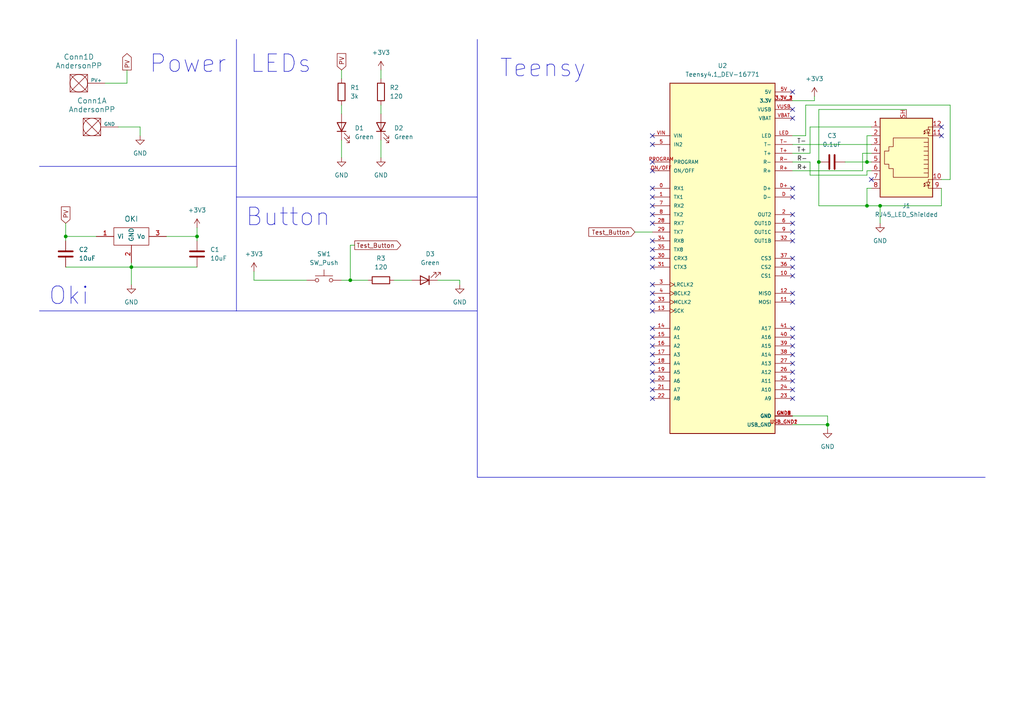
<source format=kicad_sch>
(kicad_sch (version 20230121) (generator eeschema)
  (paper "A4")
  (lib_symbols
    (symbol "Connector:RJ45_LED_Shielded" (pin_names (offset 1.016))
      (property "Reference" "J" (at -5.08 13.97 0))
      (property "Value" "RJ45_LED_Shielded" (at 1.27 13.97 0))
      (symbol "RJ45_LED_Shielded_0_1"
        (polyline (pts (xy -7.62 -7.62) (xy -6.35 -7.62)))
        (polyline (pts (xy -7.62 -5.08) (xy -6.35 -5.08)))
        (polyline (pts (xy -7.62 7.62) (xy -6.35 7.62)))
        (polyline (pts (xy -7.62 10.16) (xy -6.35 10.16)))
        (polyline (pts (xy -6.858 -5.842) (xy -5.842 -5.842)))
        (polyline (pts (xy -6.858 9.398) (xy -5.842 9.398)))
        (polyline (pts (xy -6.35 -7.62) (xy -6.35 -6.858)))
        (polyline (pts (xy -6.35 -5.08) (xy -6.35 -5.842)))
        (polyline (pts (xy -6.35 7.62) (xy -6.35 8.382)))
        (polyline (pts (xy -6.35 10.16) (xy -6.35 9.398)))
        (polyline (pts (xy -5.08 -6.223) (xy -5.207 -6.604)))
        (polyline (pts (xy -5.08 -5.588) (xy -5.207 -5.969)))
        (polyline (pts (xy -5.08 4.445) (xy -6.35 4.445)))
        (polyline (pts (xy -5.08 5.715) (xy -6.35 5.715)))
        (polyline (pts (xy -5.08 9.017) (xy -5.207 8.636)))
        (polyline (pts (xy -5.08 9.652) (xy -5.207 9.271)))
        (polyline (pts (xy -6.35 -3.175) (xy -5.08 -3.175) (xy -5.08 -3.175)))
        (polyline (pts (xy -6.35 -1.905) (xy -5.08 -1.905) (xy -5.08 -1.905)))
        (polyline (pts (xy -6.35 -0.635) (xy -5.08 -0.635) (xy -5.08 -0.635)))
        (polyline (pts (xy -6.35 0.635) (xy -5.08 0.635) (xy -5.08 0.635)))
        (polyline (pts (xy -6.35 1.905) (xy -5.08 1.905) (xy -5.08 1.905)))
        (polyline (pts (xy -5.588 -6.731) (xy -5.08 -6.223) (xy -5.461 -6.35)))
        (polyline (pts (xy -5.588 -6.096) (xy -5.08 -5.588) (xy -5.461 -5.715)))
        (polyline (pts (xy -5.588 8.509) (xy -5.08 9.017) (xy -5.461 8.89)))
        (polyline (pts (xy -5.588 9.144) (xy -5.08 9.652) (xy -5.461 9.525)))
        (polyline (pts (xy -5.08 3.175) (xy -6.35 3.175) (xy -6.35 3.175)))
        (polyline (pts (xy -6.35 -5.842) (xy -6.858 -6.858) (xy -5.842 -6.858) (xy -6.35 -5.842)))
        (polyline (pts (xy -6.35 9.398) (xy -6.858 8.382) (xy -5.842 8.382) (xy -6.35 9.398)))
        (polyline (pts (xy -6.35 -4.445) (xy -6.35 6.985) (xy 3.81 6.985) (xy 3.81 4.445) (xy 5.08 4.445) (xy 5.08 3.175) (xy 6.35 3.175) (xy 6.35 -0.635) (xy 5.08 -0.635) (xy 5.08 -1.905) (xy 3.81 -1.905) (xy 3.81 -4.445) (xy -6.35 -4.445) (xy -6.35 -4.445)))
        (rectangle (start 7.62 12.7) (end -7.62 -10.16) (stroke (width 0.254)) (fill (type background)))
      )
      (symbol "RJ45_LED_Shielded_1_1"
        (pin passive line (at 10.16 -7.62 180) (length 2.54) (name "~") (number "1"))
        (pin passive line (at -10.16 7.62 0) (length 2.54) (name "~") (number "10"))
        (pin passive line (at -10.16 -5.08 0) (length 2.54) (name "~") (number "11"))
        (pin passive line (at -10.16 -7.62 0) (length 2.54) (name "~") (number "12"))
        (pin passive line (at 10.16 -5.08 180) (length 2.54) (name "~") (number "2"))
        (pin passive line (at 10.16 -2.54 180) (length 2.54) (name "~") (number "3"))
        (pin passive line (at 10.16 0 180) (length 2.54) (name "~") (number "4"))
        (pin passive line (at 10.16 2.54 180) (length 2.54) (name "~") (number "5"))
        (pin passive line (at 10.16 5.08 180) (length 2.54) (name "~") (number "6"))
        (pin passive line (at 10.16 7.62 180) (length 2.54) (name "~") (number "7"))
        (pin passive line (at 10.16 10.16 180) (length 2.54) (name "~") (number "8"))
        (pin passive line (at -10.16 10.16 0) (length 2.54) (name "~") (number "9"))
        (pin passive line (at 0 -12.7 90) (length 2.54) (name "~") (number "SH"))
      )
    )
    (symbol "Device:C" (pin_numbers hide) (pin_names (offset 0.254))
      (property "Reference" "C" (at 0.635 2.54 0))
      (property "Value" "C" (at 0.635 -2.54 0))
      (symbol "C_0_1"
        (polyline (pts (xy -2.032 -0.762) (xy 2.032 -0.762)) (stroke (width 0.508)))
        (polyline (pts (xy -2.032 0.762) (xy 2.032 0.762)) (stroke (width 0.508)))
      )
      (symbol "C_1_1"
        (pin passive line (at 0 3.81 270) (length 2.794) (name "~") (number "1"))
        (pin passive line (at 0 -3.81 90) (length 2.794) (name "~") (number "2"))
      )
    )
    (symbol "Device:LED" (pin_numbers hide) (pin_names (offset 1.016) hide)
      (property "Reference" "D" (at 0 2.54 0))
      (property "Value" "LED" (at 0 -2.54 0))
      (symbol "LED_0_1"
        (polyline (pts (xy -1.27 -1.27) (xy -1.27 1.27)) (stroke (width 0.254)))
        (polyline (pts (xy -1.27 0) (xy 1.27 0)))
        (polyline (pts (xy 1.27 -1.27) (xy 1.27 1.27) (xy -1.27 0) (xy 1.27 -1.27)) (stroke (width 0.254)))
        (polyline (pts (xy -3.048 -0.762) (xy -4.572 -2.286) (xy -3.81 -2.286) (xy -4.572 -2.286) (xy -4.572 -1.524)))
        (polyline (pts (xy -1.778 -0.762) (xy -3.302 -2.286) (xy -2.54 -2.286) (xy -3.302 -2.286) (xy -3.302 -1.524)))
      )
      (symbol "LED_1_1"
        (pin passive line (at -3.81 0 0) (length 2.54) (name "K") (number "1"))
        (pin passive line (at 3.81 0 180) (length 2.54) (name "A") (number "2"))
      )
    )
    (symbol "Device:R" (pin_numbers hide) (pin_names (offset 0))
      (property "Reference" "R" (at 2.032 0 90))
      (property "Value" "R" (at 0 0 90))
      (symbol "R_0_1"
        (rectangle (start -1.016 -2.54) (end 1.016 2.54) (stroke (width 0.254)))
      )
      (symbol "R_1_1"
        (pin passive line (at 0 3.81 270) (length 1.27) (name "~") (number "1"))
        (pin passive line (at 0 -3.81 90) (length 1.27) (name "~") (number "2"))
      )
    )
    (symbol "MRDT_Connectors:AndersonPP" (pin_numbers hide) (pin_names (offset 0))
      (property "Reference" "Conn" (at 3.81 -1.27 0))
      (property "Value" "AndersonPP" (at 2.54 6.35 0))
      (symbol "AndersonPP_0_1"
        (polyline (pts (xy 0 5.08) (xy 5.08 0)))
        (polyline (pts (xy 5.08 5.08) (xy 0 0)))
        (rectangle (start 0 0) (end 5.08 5.08))
        (circle (center 2.54 2.54) (radius 2.54))
      )
      (symbol "AndersonPP_1_1"
        (pin input line (at 10.16 2.54 180) (length 5.08) (name "GND") (number "1"))
      )
      (symbol "AndersonPP_2_1"
        (pin input line (at 10.16 2.54 180) (length 5.08) (name "V+Log") (number "2"))
      )
      (symbol "AndersonPP_3_1"
        (pin input line (at 10.16 2.54 180) (length 5.08) (name "V+Act") (number "3"))
      )
      (symbol "AndersonPP_4_1"
        (pin input line (at 10.16 2.54 180) (length 5.08) (name "PV+") (number "4"))
      )
      (symbol "AndersonPP_5_1"
        (pin input line (at 10.16 2.54 180) (length 5.08) (name "~") (number "1"))
      )
    )
    (symbol "MRDT_Devices:OKI" (pin_names (offset 1.016))
      (property "Value" "OKI" (at 5.08 6.35 0))
      (symbol "OKI_0_1"
        (rectangle (start 0 0) (end 10.16 5.08))
      )
      (symbol "OKI_1_1"
        (pin input line (at -5.08 2.54 0) (length 5.08) (name "Vi") (number "1"))
        (pin output line (at 5.08 -5.08 90) (length 5.08) (name "GND") (number "2"))
        (pin output line (at 15.24 2.54 180) (length 5.08) (name "Vo") (number "3"))
      )
    )
    (symbol "MRDT_Shields:Teensy4.1_DEV-16771" (pin_names (offset 1.016))
      (property "Reference" "U" (at -15.24 52.07 0))
      (property "Value" "Teensy4.1_DEV-16771" (at -15.24 -53.34 0))
      (symbol "Teensy4.1_DEV-16771_0_0"
        (rectangle (start -15.24 -50.8) (end 15.24 50.8) (stroke (width 0.254)) (fill (type background)))
        (pin bidirectional line (at -20.32 20.32 0) (length 5.08) (name "RX1") (number "0"))
        (pin bidirectional line (at -20.32 17.78 0) (length 5.08) (name "TX1") (number "1"))
        (pin bidirectional line (at 20.32 -5.08 180) (length 5.08) (name "CS1") (number "10"))
        (pin bidirectional line (at 20.32 -12.7 180) (length 5.08) (name "MOSI") (number "11"))
        (pin bidirectional line (at 20.32 -10.16 180) (length 5.08) (name "MISO") (number "12"))
        (pin bidirectional clock (at -20.32 -15.24 0) (length 5.08) (name "SCK") (number "13"))
        (pin bidirectional line (at -20.32 -20.32 0) (length 5.08) (name "A0") (number "14"))
        (pin bidirectional line (at -20.32 -22.86 0) (length 5.08) (name "A1") (number "15"))
        (pin bidirectional line (at -20.32 -25.4 0) (length 5.08) (name "A2") (number "16"))
        (pin bidirectional line (at -20.32 -27.94 0) (length 5.08) (name "A3") (number "17"))
        (pin bidirectional line (at -20.32 -30.48 0) (length 5.08) (name "A4") (number "18"))
        (pin bidirectional line (at -20.32 -33.02 0) (length 5.08) (name "A5") (number "19"))
        (pin output line (at 20.32 12.7 180) (length 5.08) (name "OUT2") (number "2"))
        (pin bidirectional line (at -20.32 -35.56 0) (length 5.08) (name "A6") (number "20"))
        (pin bidirectional line (at -20.32 -38.1 0) (length 5.08) (name "A7") (number "21"))
        (pin bidirectional line (at -20.32 -40.64 0) (length 5.08) (name "A8") (number "22"))
        (pin bidirectional line (at 20.32 -40.64 180) (length 5.08) (name "A9") (number "23"))
        (pin bidirectional line (at 20.32 -38.1 180) (length 5.08) (name "A10") (number "24"))
        (pin bidirectional line (at 20.32 -35.56 180) (length 5.08) (name "A11") (number "25"))
        (pin bidirectional line (at 20.32 -33.02 180) (length 5.08) (name "A12") (number "26"))
        (pin bidirectional line (at 20.32 -30.48 180) (length 5.08) (name "A13") (number "27"))
        (pin bidirectional line (at -20.32 10.16 0) (length 5.08) (name "RX7") (number "28"))
        (pin bidirectional line (at -20.32 7.62 0) (length 5.08) (name "TX7") (number "29"))
        (pin bidirectional clock (at -20.32 -7.62 0) (length 5.08) (name "LRCLK2") (number "3"))
        (pin power_in line (at 20.32 45.72 180) (length 5.08) (name "3.3V") (number "3.3V_1"))
        (pin power_in line (at 20.32 45.72 180) (length 5.08) (name "3.3V") (number "3.3V_2"))
        (pin power_in line (at 20.32 45.72 180) (length 5.08) (name "3.3V") (number "3.3V_3"))
        (pin bidirectional line (at -20.32 0 0) (length 5.08) (name "CRX3") (number "30"))
        (pin bidirectional line (at -20.32 -2.54 0) (length 5.08) (name "CTX3") (number "31"))
        (pin output line (at 20.32 5.08 180) (length 5.08) (name "OUT1B") (number "32"))
        (pin bidirectional clock (at -20.32 -12.7 0) (length 5.08) (name "MCLK2") (number "33"))
        (pin bidirectional line (at -20.32 5.08 0) (length 5.08) (name "RX8") (number "34"))
        (pin bidirectional line (at -20.32 2.54 0) (length 5.08) (name "TX8") (number "35"))
        (pin bidirectional line (at 20.32 -2.54 180) (length 5.08) (name "CS2") (number "36"))
        (pin bidirectional line (at 20.32 0 180) (length 5.08) (name "CS3") (number "37"))
        (pin bidirectional line (at 20.32 -27.94 180) (length 5.08) (name "A14") (number "38"))
        (pin bidirectional line (at 20.32 -25.4 180) (length 5.08) (name "A15") (number "39"))
        (pin bidirectional clock (at -20.32 -10.16 0) (length 5.08) (name "BCLK2") (number "4"))
        (pin bidirectional line (at 20.32 -22.86 180) (length 5.08) (name "A16") (number "40"))
        (pin bidirectional line (at 20.32 -20.32 180) (length 5.08) (name "A17") (number "41"))
        (pin bidirectional line (at -20.32 33.02 0) (length 5.08) (name "IN2") (number "5"))
        (pin power_in line (at 20.32 48.26 180) (length 5.08) (name "5V") (number "5V"))
        (pin output line (at 20.32 10.16 180) (length 5.08) (name "OUT1D") (number "6"))
        (pin bidirectional line (at -20.32 15.24 0) (length 5.08) (name "RX2") (number "7"))
        (pin bidirectional line (at -20.32 12.7 0) (length 5.08) (name "TX2") (number "8"))
        (pin output line (at 20.32 7.62 180) (length 5.08) (name "OUT1C") (number "9"))
        (pin bidirectional line (at 20.32 17.78 180) (length 5.08) (name "D-") (number "D"))
        (pin bidirectional line (at 20.32 20.32 180) (length 5.08) (name "D+") (number "D+"))
        (pin power_in line (at 20.32 -45.72 180) (length 5.08) (name "GND") (number "GND1"))
        (pin power_in line (at 20.32 -45.72 180) (length 5.08) (name "GND") (number "GND2"))
        (pin power_in line (at 20.32 -45.72 180) (length 5.08) (name "GND") (number "GND3"))
        (pin power_in line (at 20.32 -45.72 180) (length 5.08) (name "GND") (number "GND4"))
        (pin power_in line (at 20.32 -45.72 180) (length 5.08) (name "GND") (number "GND5"))
        (pin bidirectional line (at 20.32 35.56 180) (length 5.08) (name "LED") (number "LED"))
        (pin bidirectional line (at -20.32 25.4 0) (length 5.08) (name "ON/OFF") (number "ON/OFF"))
        (pin bidirectional line (at -20.32 27.94 0) (length 5.08) (name "PROGRAM") (number "PROGRAM"))
        (pin bidirectional line (at 20.32 25.4 180) (length 5.08) (name "R+") (number "R+"))
        (pin bidirectional line (at 20.32 27.94 180) (length 5.08) (name "R-") (number "R-"))
        (pin bidirectional line (at 20.32 30.48 180) (length 5.08) (name "T+") (number "T+"))
        (pin bidirectional line (at 20.32 33.02 180) (length 5.08) (name "T-") (number "T-"))
        (pin power_in line (at 20.32 -48.26 180) (length 5.08) (name "USB_GND") (number "USB_GND1"))
        (pin power_in line (at 20.32 -48.26 180) (length 5.08) (name "USB_GND") (number "USB_GND2"))
        (pin passive line (at 20.32 40.64 180) (length 5.08) (name "VBAT") (number "VBAT"))
        (pin input line (at -20.32 35.56 0) (length 5.08) (name "VIN") (number "VIN"))
        (pin passive line (at 20.32 43.18 180) (length 5.08) (name "VUSB") (number "VUSB"))
      )
    )
    (symbol "Switch:SW_Push" (pin_numbers hide) (pin_names (offset 1.016) hide)
      (property "Reference" "SW" (at 1.27 2.54 0))
      (property "Value" "SW_Push" (at 0 -1.524 0))
      (symbol "SW_Push_0_1"
        (circle (center -2.032 0) (radius 0.508))
        (polyline (pts (xy 0 1.27) (xy 0 3.048)))
        (polyline (pts (xy 2.54 1.27) (xy -2.54 1.27)))
        (circle (center 2.032 0) (radius 0.508))
        (pin passive line (at -5.08 0 0) (length 2.54) (name "1") (number "1"))
        (pin passive line (at 5.08 0 180) (length 2.54) (name "2") (number "2"))
      )
    )
    (symbol "power:+3V3" (power) (pin_names (offset 0))
      (property "Value" "+3V3" (at 0 3.556 0))
      (symbol "+3V3_0_1"
        (polyline (pts (xy -0.762 1.27) (xy 0 2.54)))
        (polyline (pts (xy 0 0) (xy 0 2.54)))
        (polyline (pts (xy 0 2.54) (xy 0.762 1.27)))
      )
      (symbol "+3V3_1_1"
        (pin power_in line (at 0 0 90) (length 0) hide (name "+3V3") (number "1"))
      )
    )
    (symbol "power:GND" (power) (pin_names (offset 0))
      (property "Value" "GND" (at 0 -3.81 0))
      (symbol "GND_0_1"
        (polyline (pts (xy 0 0) (xy 0 -1.27) (xy 1.27 -1.27) (xy 0 -2.54) (xy -1.27 -1.27) (xy 0 -1.27)))
      )
      (symbol "GND_1_1"
        (pin power_in line (at 0 0 270) (length 0) hide (name "GND") (number "1"))
      )
    )
  )
  (junction (at 251.46 46.99))
  (junction (at 237.49 46.99))
  (junction (at 251.46 59.69))
  (junction (at 240.03 123.19))
  (junction (at 101.6 81.28))
  (junction (at 19.05 68.58))
  (junction (at 57.15 68.58))
  (junction (at 255.27 59.69))
  (junction (at 38.1 77.47))
  (no_connect (at 189.23 102.87))
  (no_connect (at 229.87 95.25))
  (no_connect (at 189.23 72.39))
  (no_connect (at 189.23 69.85))
  (no_connect (at 229.87 31.75))
  (no_connect (at 189.23 113.03))
  (no_connect (at 229.87 26.67))
  (no_connect (at 229.87 100.33))
  (no_connect (at 229.87 77.47))
  (no_connect (at 229.87 80.01))
  (no_connect (at 229.87 105.41))
  (no_connect (at 229.87 69.85))
  (no_connect (at 189.23 49.53))
  (no_connect (at 189.23 59.69))
  (no_connect (at 189.23 100.33))
  (no_connect (at 229.87 110.49))
  (no_connect (at 189.23 115.57))
  (no_connect (at 229.87 87.63))
  (no_connect (at 229.87 62.23))
  (no_connect (at 189.23 85.09))
  (no_connect (at 229.87 113.03))
  (no_connect (at 229.87 115.57))
  (no_connect (at 189.23 41.91))
  (no_connect (at 189.23 90.17))
  (no_connect (at 189.23 54.61))
  (no_connect (at 229.87 74.93))
  (no_connect (at 229.87 102.87))
  (no_connect (at 229.87 107.95))
  (no_connect (at 229.87 34.29))
  (no_connect (at 273.05 36.83))
  (no_connect (at 189.23 77.47))
  (no_connect (at 189.23 105.41))
  (no_connect (at 189.23 87.63))
  (no_connect (at 189.23 39.37))
  (no_connect (at 189.23 95.25))
  (no_connect (at 252.73 52.07))
  (no_connect (at 189.23 64.77))
  (no_connect (at 189.23 74.93))
  (no_connect (at 189.23 46.99))
  (no_connect (at 229.87 57.15))
  (no_connect (at 273.05 39.37))
  (no_connect (at 189.23 110.49))
  (no_connect (at 229.87 85.09))
  (no_connect (at 229.87 67.31))
  (no_connect (at 189.23 62.23))
  (no_connect (at 189.23 57.15))
  (no_connect (at 189.23 107.95))
  (no_connect (at 229.87 54.61))
  (no_connect (at 189.23 97.79))
  (no_connect (at 189.23 82.55))
  (no_connect (at 229.87 64.77))
  (no_connect (at 229.87 97.79))
  (wire (pts (xy 234.95 46.99) (xy 229.87 46.99)))
  (wire (pts (xy 252.73 49.53) (xy 251.46 49.53)))
  (polyline (pts (xy 138.43 57.15) (xy 138.43 11.43)))
  (wire (pts (xy 275.59 52.07) (xy 275.59 30.48)))
  (wire (pts (xy 236.22 29.21) (xy 229.87 29.21)))
  (wire (pts (xy 40.64 36.83) (xy 40.64 39.37)))
  (wire (pts (xy 255.27 59.69) (xy 251.46 59.69)))
  (wire (pts (xy 273.05 54.61) (xy 273.05 59.69)))
  (wire (pts (xy 233.68 30.48) (xy 233.68 39.37)))
  (wire (pts (xy 251.46 39.37) (xy 251.46 46.99)))
  (wire (pts (xy 234.95 50.8) (xy 234.95 46.99)))
  (wire (pts (xy 252.73 44.45) (xy 250.19 44.45)))
  (wire (pts (xy 127 81.28) (xy 133.35 81.28)))
  (polyline (pts (xy 138.43 138.43) (xy 285.75 138.43)))
  (wire (pts (xy 19.05 68.58) (xy 19.05 69.85)))
  (wire (pts (xy 99.06 20.32) (xy 99.06 22.86)))
  (wire (pts (xy 233.68 39.37) (xy 229.87 39.37)))
  (wire (pts (xy 240.03 124.46) (xy 240.03 123.19)))
  (wire (pts (xy 48.26 68.58) (xy 57.15 68.58)))
  (wire (pts (xy 275.59 30.48) (xy 233.68 30.48)))
  (wire (pts (xy 234.95 36.83) (xy 234.95 44.45)))
  (wire (pts (xy 262.89 31.75) (xy 237.49 31.75)))
  (wire (pts (xy 110.49 20.32) (xy 110.49 22.86)))
  (wire (pts (xy 73.66 78.74) (xy 73.66 81.28)))
  (wire (pts (xy 251.46 46.99) (xy 252.73 46.99)))
  (wire (pts (xy 234.95 44.45) (xy 229.87 44.45)))
  (polyline (pts (xy 138.43 57.15) (xy 138.43 90.17)))
  (wire (pts (xy 245.11 46.99) (xy 251.46 46.99)))
  (wire (pts (xy 251.46 54.61) (xy 252.73 54.61)))
  (wire (pts (xy 133.35 81.28) (xy 133.35 82.55)))
  (wire (pts (xy 114.3 81.28) (xy 119.38 81.28)))
  (wire (pts (xy 237.49 31.75) (xy 237.49 46.99)))
  (wire (pts (xy 273.05 59.69) (xy 255.27 59.69)))
  (polyline (pts (xy 138.43 90.17) (xy 68.58 90.17)))
  (wire (pts (xy 251.46 50.8) (xy 234.95 50.8)))
  (wire (pts (xy 36.83 24.13) (xy 36.83 20.32)))
  (wire (pts (xy 57.15 68.58) (xy 57.15 69.85)))
  (polyline (pts (xy 68.58 57.15) (xy 138.43 57.15)))
  (wire (pts (xy 229.87 123.19) (xy 240.03 123.19)))
  (wire (pts (xy 73.66 81.28) (xy 88.9 81.28)))
  (wire (pts (xy 229.87 41.91) (xy 252.73 41.91)))
  (wire (pts (xy 101.6 81.28) (xy 106.68 81.28)))
  (wire (pts (xy 99.06 40.64) (xy 99.06 45.72)))
  (polyline (pts (xy 11.43 90.17) (xy 68.58 90.17)))
  (wire (pts (xy 57.15 66.04) (xy 57.15 68.58)))
  (wire (pts (xy 252.73 39.37) (xy 251.46 39.37)))
  (polyline (pts (xy 11.43 48.26) (xy 68.58 48.26)))
  (wire (pts (xy 99.06 81.28) (xy 101.6 81.28)))
  (wire (pts (xy 30.48 24.13) (xy 36.83 24.13)))
  (wire (pts (xy 38.1 77.47) (xy 38.1 82.55)))
  (wire (pts (xy 255.27 59.69) (xy 255.27 64.77)))
  (wire (pts (xy 57.15 77.47) (xy 38.1 77.47)))
  (wire (pts (xy 184.15 67.31) (xy 189.23 67.31)))
  (wire (pts (xy 236.22 27.94) (xy 236.22 29.21)))
  (wire (pts (xy 240.03 120.65) (xy 229.87 120.65)))
  (wire (pts (xy 102.87 71.12) (xy 101.6 71.12)))
  (wire (pts (xy 110.49 30.48) (xy 110.49 33.02)))
  (wire (pts (xy 27.94 68.58) (xy 19.05 68.58)))
  (wire (pts (xy 237.49 59.69) (xy 237.49 46.99)))
  (wire (pts (xy 19.05 77.47) (xy 38.1 77.47)))
  (wire (pts (xy 101.6 71.12) (xy 101.6 81.28)))
  (wire (pts (xy 240.03 123.19) (xy 240.03 120.65)))
  (wire (pts (xy 34.29 36.83) (xy 40.64 36.83)))
  (wire (pts (xy 250.19 44.45) (xy 250.19 49.53)))
  (polyline (pts (xy 68.58 11.43) (xy 68.58 90.17)))
  (wire (pts (xy 110.49 40.64) (xy 110.49 45.72)))
  (wire (pts (xy 273.05 52.07) (xy 275.59 52.07)))
  (wire (pts (xy 19.05 64.77) (xy 19.05 68.58)))
  (wire (pts (xy 99.06 30.48) (xy 99.06 33.02)))
  (wire (pts (xy 251.46 54.61) (xy 251.46 59.69)))
  (wire (pts (xy 251.46 49.53) (xy 251.46 50.8)))
  (wire (pts (xy 250.19 49.53) (xy 229.87 49.53)))
  (wire (pts (xy 38.1 76.2) (xy 38.1 77.47)))
  (polyline (pts (xy 138.43 90.17) (xy 138.43 138.43)))
  (wire (pts (xy 251.46 59.69) (xy 237.49 59.69)))
  (wire (pts (xy 252.73 36.83) (xy 234.95 36.83)))
  (text "Teensy" (at 144.78 22.86 0) (effects (font (size 5.08 5.08)) (justify left bottom)))
  (text "Button" (at 71.12 66.04 0) (effects (font (size 5.08 5.08)) (justify left bottom)))
  (text "Power" (at 43.18 21.59 0) (effects (font (size 5.08 5.08)) (justify left bottom)))
  (text "LEDs" (at 72.39 21.59 0) (effects (font (size 5.08 5.08)) (justify left bottom)))
  (text "Oki" (at 13.97 88.9 0) (effects (font (size 5.08 5.08)) (justify left bottom)))
  (label "R+" (at 231.14 49.53 0))
  (label "T+" (at 231.14 44.45 0))
  (label "R-" (at 231.14 46.99 0))
  (label "T-" (at 231.14 41.91 0))
  (global_label "PV" (shape output) (at 36.83 20.32 90) (property "Intersheetrefs" "${INTERSHEET_REFS}" (effects hide)))
  (global_label "PV" (shape input) (at 19.05 64.77 90) (property "Intersheetrefs" "${INTERSHEET_REFS}" (effects hide)))
  (global_label "Test_Button" (shape input) (at 184.15 67.31 180) (property "Intersheetrefs" "${INTERSHEET_REFS}" (effects hide)))
  (global_label "Test_Button" (shape output) (at 102.87 71.12 0) (property "Intersheetrefs" "${INTERSHEET_REFS}" (effects hide)))
  (global_label "PV" (shape input) (at 99.06 20.32 90) (property "Intersheetrefs" "${INTERSHEET_REFS}" (effects hide)))
  (symbol (lib_id "MRDT_Connectors:AndersonPP") (at 20.32 26.67 0) (unit 4)
    (property "Reference" "Conn1" (at 22.86 16.51 0) (effects (font (size 1.524 1.524))))
    (property "Value" "AndersonPP" (at 22.86 19.05 0) (effects (font (size 1.524 1.524))))
    (property "Footprint" "MRDT_Connectors:Square_Anderson_2_H_Side_By_Side_PV" (effects hide))
  )
  (symbol (lib_id "MRDT_Shields:Teensy4.1_DEV-16771") (at 209.55 74.93 0) (unit 1)
    (property "Reference" "U2" (at 209.55 19.05 0))
    (property "Value" "Teensy4.1_DEV-16771" (at 209.55 21.59 0))
    (property "Footprint" "MRDT_Shields:Teensy_4_1_Ethernet" (effects hide))
    (property "STANDARD" "Manufacturer recommendations" (effects hide))
    (property "MAXIMUM_PACKAGE_HEIGHT" "4.07mm" (effects hide))
    (property "MANUFACTURER" "SparkFun Electronics" (effects hide))
    (property "PARTREV" "4.1" (effects hide))
  )
  (symbol (lib_id "Device:R") (at 110.49 81.28 90) (unit 1)
    (property "Reference" "R3" (at 110.49 74.93 90))
    (property "Value" "120" (at 110.49 77.47 90))
    (property "Footprint" "Resistor_SMD:R_0603_1608Metric_Pad0.98x0.95mm_HandSolder" (effects hide))
  )
  (symbol (lib_id "Connector:RJ45_LED_Shielded") (at 262.89 44.45 180) (unit 1)
    (property "Reference" "J1" (at 262.89 59.69 0))
    (property "Value" "RJ45_LED_Shielded" (at 262.89 62.23 0))
    (property "Footprint" "MRDT_Connectors:RJ45_Teensy" (effects hide))
  )
  (symbol (lib_id "power:+3V3") (at 57.15 66.04 0) (unit 1)
    (property "Reference" "#PWR02" (effects hide))
    (property "Value" "+3V3" (at 57.15 60.96 0))
  )
  (symbol (lib_id "Device:C") (at 241.3 46.99 90) (unit 1)
    (property "Reference" "C3" (at 241.3 39.37 90))
    (property "Value" "0.1uF" (at 241.3 41.91 90))
    (property "Footprint" "Capacitor_SMD:C_0603_1608Metric_Pad1.08x0.95mm_HandSolder" (effects hide))
  )
  (symbol (lib_id "power:GND") (at 133.35 82.55 0) (unit 1)
    (property "Reference" "#PWR011" (effects hide))
    (property "Value" "GND" (at 133.35 87.63 0))
  )
  (symbol (lib_id "power:GND") (at 255.27 64.77 0) (unit 1)
    (property "Reference" "#PWR09" (effects hide))
    (property "Value" "GND" (at 255.27 69.85 0))
  )
  (symbol (lib_id "power:GND") (at 99.06 45.72 0) (unit 1)
    (property "Reference" "#PWR04" (effects hide))
    (property "Value" "GND" (at 99.06 50.8 0))
  )
  (symbol (lib_id "power:+3V3") (at 73.66 78.74 0) (unit 1)
    (property "Reference" "#PWR010" (effects hide))
    (property "Value" "+3V3" (at 73.66 73.66 0))
  )
  (symbol (lib_id "Device:R") (at 99.06 26.67 0) (unit 1)
    (property "Reference" "R1" (at 101.6 25.4 0) (effects (justify left)))
    (property "Value" "3k" (at 101.6 27.94 0) (effects (justify left)))
    (property "Footprint" "Resistor_SMD:R_0603_1608Metric_Pad0.98x0.95mm_HandSolder" (effects hide))
  )
  (symbol (lib_id "power:+3V3") (at 236.22 27.94 0) (unit 1)
    (property "Reference" "#PWR07" (effects hide))
    (property "Value" "+3V3" (at 236.22 22.86 0))
  )
  (symbol (lib_id "Device:LED") (at 123.19 81.28 180) (unit 1)
    (property "Reference" "D3" (at 124.7775 73.66 0))
    (property "Value" "Green" (at 124.7775 76.2 0))
    (property "Footprint" "LED_SMD:LED_0603_1608Metric_Pad1.05x0.95mm_HandSolder" (effects hide))
  )
  (symbol (lib_id "Device:R") (at 110.49 26.67 0) (unit 1)
    (property "Reference" "R2" (at 113.03 25.4 0) (effects (justify left)))
    (property "Value" "120" (at 113.03 27.94 0) (effects (justify left)))
    (property "Footprint" "Resistor_SMD:R_0603_1608Metric_Pad0.98x0.95mm_HandSolder" (effects hide))
  )
  (symbol (lib_id "Device:C") (at 19.05 73.66 0) (unit 1)
    (property "Reference" "C2" (at 22.86 72.39 0) (effects (justify left)))
    (property "Value" "10uF" (at 22.86 74.93 0) (effects (justify left)))
    (property "Footprint" "Capacitor_SMD:C_0603_1608Metric_Pad1.08x0.95mm_HandSolder" (effects hide))
  )
  (symbol (lib_id "MRDT_Devices:OKI") (at 33.02 71.12 0) (unit 1)
    (property "Reference" "U1" (effects hide))
    (property "Value" "OKI" (at 38.1 63.5 0) (effects (font (size 1.524 1.524))))
    (property "Footprint" "MRDT_Devices:OKI_Horizontal" (effects hide))
  )
  (symbol (lib_id "power:GND") (at 38.1 82.55 0) (unit 1)
    (property "Reference" "#PWR03" (effects hide))
    (property "Value" "GND" (at 38.1 87.63 0))
  )
  (symbol (lib_id "Device:LED") (at 110.49 36.83 90) (unit 1)
    (property "Reference" "D2" (at 114.3 37.1475 90) (effects (justify right)))
    (property "Value" "Green" (at 114.3 39.6875 90) (effects (justify right)))
    (property "Footprint" "LED_SMD:LED_0603_1608Metric_Pad1.05x0.95mm_HandSolder" (effects hide))
  )
  (symbol (lib_id "power:GND") (at 110.49 45.72 0) (unit 1)
    (property "Reference" "#PWR05" (effects hide))
    (property "Value" "GND" (at 110.49 50.8 0))
  )
  (symbol (lib_id "power:GND") (at 40.64 39.37 0) (unit 1)
    (property "Reference" "#PWR01" (effects hide))
    (property "Value" "GND" (at 40.64 44.45 0))
  )
  (symbol (lib_id "Device:LED") (at 99.06 36.83 90) (unit 1)
    (property "Reference" "D1" (at 102.87 37.1475 90) (effects (justify right)))
    (property "Value" "Green" (at 102.87 39.6875 90) (effects (justify right)))
    (property "Footprint" "LED_SMD:LED_0603_1608Metric_Pad1.05x0.95mm_HandSolder" (effects hide))
  )
  (symbol (lib_id "Device:C") (at 57.15 73.66 0) (unit 1)
    (property "Reference" "C1" (at 60.96 72.39 0) (effects (justify left)))
    (property "Value" "10uF" (at 60.96 74.93 0) (effects (justify left)))
    (property "Footprint" "Capacitor_SMD:C_0603_1608Metric_Pad1.08x0.95mm_HandSolder" (effects hide))
  )
  (symbol (lib_id "power:+3V3") (at 110.49 20.32 0) (unit 1)
    (property "Reference" "#PWR06" (effects hide))
    (property "Value" "+3V3" (at 110.49 15.24 0))
  )
  (symbol (lib_id "Switch:SW_Push") (at 93.98 81.28 0) (unit 1)
    (property "Reference" "SW1" (at 93.98 73.66 0))
    (property "Value" "SW_Push" (at 93.98 76.2 0))
    (property "Footprint" "Button_Switch_SMD:SW_SPST_TL3305A" (effects hide))
  )
  (symbol (lib_id "MRDT_Connectors:AndersonPP") (at 24.13 39.37 0) (unit 1)
    (property "Reference" "Conn1" (at 26.67 29.21 0) (effects (font (size 1.524 1.524))))
    (property "Value" "AndersonPP" (at 26.67 31.75 0) (effects (font (size 1.524 1.524))))
    (property "Footprint" "MRDT_Connectors:Square_Anderson_2_H_Side_By_Side_PV" (effects hide))
  )
  (symbol (lib_id "power:GND") (at 240.03 124.46 0) (unit 1)
    (property "Reference" "#PWR08" (effects hide))
    (property "Value" "GND" (at 240.03 129.54 0))
  )
)
</source>
